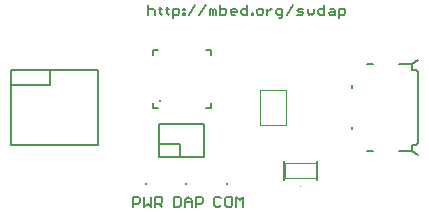
<source format=gto>
G75*
G70*
%OFA0B0*%
%FSLAX24Y24*%
%IPPOS*%
%LPD*%
%AMOC8*
5,1,8,0,0,1.08239X$1,22.5*
%
%ADD10C,0.0060*%
%ADD11R,0.0098X0.0098*%
%ADD12C,0.0050*%
%ADD13R,0.0089X0.0089*%
%ADD14C,0.0004*%
%ADD15C,0.0030*%
%ADD16C,0.0039*%
D10*
X006810Y007010D02*
X006810Y007330D01*
X006810Y007170D02*
X006863Y007224D01*
X006970Y007224D01*
X007024Y007170D01*
X007024Y007010D01*
X007213Y007277D02*
X007213Y007063D01*
X007267Y007010D01*
X007267Y007224D02*
X007160Y007224D01*
X007447Y007277D02*
X007447Y007063D01*
X007500Y007010D01*
X007500Y007224D02*
X007393Y007224D01*
X007626Y006903D02*
X007626Y007224D01*
X007787Y007224D01*
X007840Y007170D01*
X007840Y007063D01*
X007787Y007010D01*
X007626Y007010D01*
X007976Y007224D02*
X008030Y007224D01*
X008030Y007170D01*
X007976Y007170D01*
X007976Y007224D01*
X007976Y007063D02*
X008030Y007063D01*
X008030Y007010D01*
X007976Y007010D01*
X007976Y007063D01*
X008151Y007010D02*
X008365Y007330D01*
X008501Y007010D02*
X008715Y007330D01*
X008851Y007010D02*
X008851Y007224D01*
X008904Y007224D01*
X008958Y007170D01*
X008958Y007010D01*
X008958Y007170D02*
X009011Y007224D01*
X009065Y007170D01*
X009065Y007010D01*
X009201Y007330D02*
X009201Y007010D01*
X009361Y007010D01*
X009414Y007063D01*
X009414Y007170D01*
X009361Y007224D01*
X009201Y007224D01*
X009711Y007010D02*
X009604Y007010D01*
X009551Y007063D01*
X009551Y007170D01*
X009604Y007224D01*
X009711Y007224D01*
X009764Y007170D01*
X009764Y007117D01*
X009551Y007117D01*
X010114Y007330D02*
X010114Y007010D01*
X009954Y007010D01*
X009901Y007063D01*
X009901Y007170D01*
X009954Y007224D01*
X010114Y007224D01*
X010251Y007010D02*
X010251Y007063D01*
X010304Y007063D01*
X010304Y007010D01*
X010251Y007010D01*
X010479Y007010D02*
X010586Y007010D01*
X010639Y007063D01*
X010639Y007170D01*
X010586Y007224D01*
X010479Y007224D01*
X010426Y007170D01*
X010426Y007063D01*
X010479Y007010D01*
X010776Y007010D02*
X010776Y007224D01*
X010776Y007117D02*
X010882Y007224D01*
X010936Y007224D01*
X011174Y006903D02*
X011227Y006903D01*
X011281Y006957D01*
X011281Y007224D01*
X011120Y007224D01*
X011067Y007170D01*
X011067Y007063D01*
X011120Y007010D01*
X011281Y007010D01*
X011417Y007010D02*
X011631Y007330D01*
X011767Y007010D02*
X011927Y007010D01*
X011980Y007063D01*
X011927Y007117D01*
X011820Y007117D01*
X011767Y007170D01*
X011820Y007224D01*
X011980Y007224D01*
X012117Y007224D02*
X012117Y007063D01*
X012170Y007010D01*
X012224Y007063D01*
X012277Y007010D01*
X012330Y007063D01*
X012330Y007224D01*
X012680Y007330D02*
X012680Y007010D01*
X012520Y007010D01*
X012467Y007063D01*
X012467Y007170D01*
X012520Y007224D01*
X012680Y007224D01*
X012870Y007224D02*
X012977Y007224D01*
X013030Y007170D01*
X013030Y007010D01*
X012870Y007010D01*
X012817Y007063D01*
X012870Y007117D01*
X013030Y007117D01*
X013166Y006903D02*
X013166Y007224D01*
X013327Y007224D01*
X013380Y007170D01*
X013380Y007063D01*
X013327Y007010D01*
X013166Y007010D01*
X007660Y000950D02*
X007660Y000610D01*
X007830Y000610D01*
X007887Y000667D01*
X007887Y000894D01*
X007830Y000950D01*
X007660Y000950D01*
X008028Y000610D02*
X008028Y000837D01*
X008142Y000950D01*
X008255Y000837D01*
X008255Y000610D01*
X008255Y000780D02*
X008028Y000780D01*
X008397Y000610D02*
X008397Y000950D01*
X008567Y000950D01*
X008623Y000894D01*
X008623Y000780D01*
X008567Y000723D01*
X008397Y000723D01*
X009237Y000894D02*
X009180Y000950D01*
X009067Y000950D01*
X009010Y000894D01*
X009010Y000667D01*
X009067Y000610D01*
X009180Y000610D01*
X009237Y000667D01*
X009548Y000950D02*
X009435Y000950D01*
X009378Y000894D01*
X009378Y000667D01*
X009435Y000610D01*
X009548Y000610D01*
X009605Y000667D01*
X009605Y000894D01*
X009548Y000950D01*
X009747Y000610D02*
X009747Y000950D01*
X009860Y000837D01*
X009973Y000950D01*
X009973Y000610D01*
X006310Y000610D02*
X006310Y000950D01*
X006480Y000950D01*
X006537Y000894D01*
X006537Y000780D01*
X006480Y000723D01*
X006310Y000723D01*
X006678Y000950D02*
X006678Y000610D01*
X006792Y000723D01*
X006905Y000610D01*
X006905Y000950D01*
X007047Y000610D02*
X007047Y000950D01*
X007217Y000950D01*
X007273Y000894D01*
X007273Y000780D01*
X007217Y000723D01*
X007047Y000723D01*
X007160Y000723D02*
X007273Y000610D01*
D11*
X006731Y001380D03*
X009431Y001380D03*
X008081Y001380D03*
D12*
X007143Y005845D02*
X006965Y005845D01*
X006965Y005667D01*
X006965Y004093D02*
X006965Y003915D01*
X007143Y003915D01*
X008717Y003915D02*
X008895Y003915D01*
X008895Y004093D01*
X008895Y005667D02*
X008895Y005845D01*
X008717Y005845D01*
X007180Y002280D02*
X007180Y002720D01*
X007180Y003380D01*
X008680Y003380D01*
X008680Y002280D01*
X007850Y002280D01*
X007180Y002280D01*
X007180Y002720D02*
X007850Y002720D01*
X007850Y002280D01*
X012439Y002145D02*
X012439Y001515D01*
X011321Y001515D02*
X011321Y002145D01*
X015175Y002473D02*
X015596Y002473D01*
X015596Y002670D01*
X015675Y002670D01*
X015793Y002788D02*
X015793Y005072D01*
X015675Y005190D02*
X015596Y005190D01*
X015596Y005387D01*
X015596Y002473D02*
X015793Y002355D01*
X015596Y005387D02*
X015793Y005505D01*
X015793Y002788D02*
X015791Y002768D01*
X015786Y002748D01*
X015777Y002729D01*
X015765Y002712D01*
X015751Y002698D01*
X015734Y002686D01*
X015715Y002677D01*
X015695Y002672D01*
X015675Y002670D01*
X015793Y005072D02*
X015791Y005092D01*
X015786Y005112D01*
X015777Y005131D01*
X015765Y005148D01*
X015751Y005162D01*
X015734Y005174D01*
X015715Y005183D01*
X015695Y005188D01*
X015675Y005190D01*
X014285Y002473D02*
X014112Y002473D01*
X015175Y005387D02*
X015596Y005387D01*
X014285Y005387D02*
X014112Y005387D01*
X013588Y003273D02*
X013588Y003194D01*
X013588Y004587D02*
X013588Y004666D01*
X005130Y005180D02*
X003530Y005180D01*
X002230Y005180D01*
X002230Y004680D01*
X002230Y002680D01*
X005130Y002680D01*
X005130Y005180D01*
X002230Y004680D02*
X003530Y004680D01*
X003530Y005180D01*
D13*
X007197Y004147D03*
D14*
X011880Y001322D02*
X011880Y001318D01*
D15*
X011380Y002086D02*
X012384Y002086D01*
X012384Y001570D01*
X011380Y001570D01*
X011380Y002086D01*
D16*
X011413Y004521D02*
X011413Y003339D01*
X010547Y003339D01*
X010547Y004521D01*
X011413Y004521D01*
M02*

</source>
